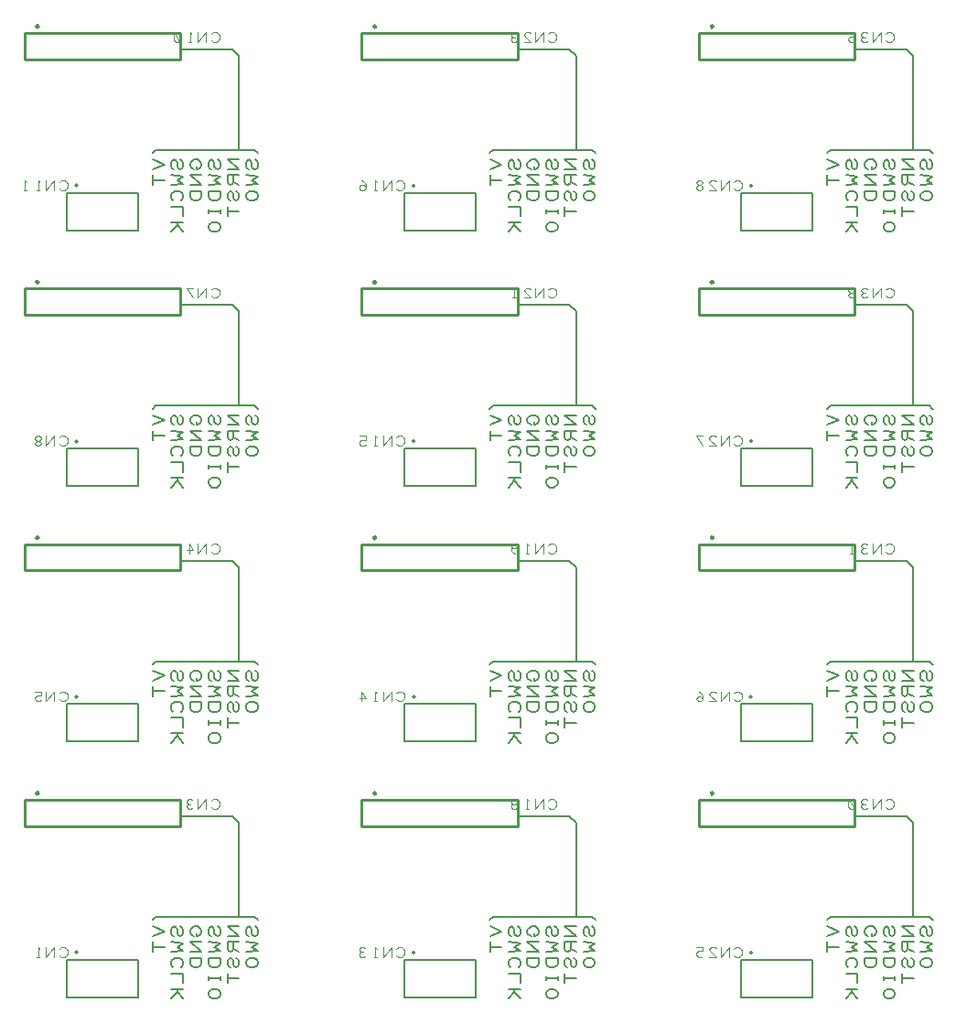
<source format=gbo>
G04 EasyPC Gerber Version 21.0.3 Build 4286 *
%FSLAX35Y35*%
%MOIN*%
%ADD22C,0.00473*%
%ADD21C,0.00757*%
%ADD73C,0.00946*%
X0Y0D02*
D02*
D21*
X120586Y118907D02*
G75*
G02X121532I473D01*
G01*
G75*
G02X120586I-473*
G01*
G36*
G75*
G02X121532I473*
G01*
G75*
G02X120586I-473*
G01*
G37*
Y212017D02*
G75*
G02X121532I473D01*
G01*
G75*
G02X120586I-473*
G01*
G36*
G75*
G02X121532I473*
G01*
G75*
G02X120586I-473*
G01*
G37*
Y305128D02*
G75*
G02X121532I473D01*
G01*
G75*
G02X120586I-473*
G01*
G36*
G75*
G02X121532I473*
G01*
G75*
G02X120586I-473*
G01*
G37*
Y398238D02*
G75*
G02X121532I473D01*
G01*
G75*
G02X120586I-473*
G01*
G36*
G75*
G02X121532I473*
G01*
G75*
G02X120586I-473*
G01*
G37*
X143526Y116306D02*
X117511D01*
Y102589*
X143526*
Y116306*
Y209416D02*
X117511D01*
Y195699*
X143526*
Y209416*
Y302526D02*
X117511D01*
Y288809*
X143526*
Y302526*
Y395636D02*
X117511D01*
Y381919*
X143526*
Y395636*
X148822Y130721D02*
X150005Y131904D01*
X186059*
X187242Y130721*
X187279*
X148822Y223831D02*
X150005Y225014D01*
X186059*
X187242Y223831*
X187279*
X148822Y316941D02*
X150005Y318124D01*
X186059*
X187242Y316941*
X187279*
X148822Y410052D02*
X150005Y411235D01*
X186059*
X187242Y410052*
X187279*
X148847Y128367D02*
X153104Y126593D01*
X148847Y124820*
X153104Y120917D02*
X148847D01*
Y122691D02*
Y119144D01*
X158852Y128367D02*
X159561Y128012D01*
X159915Y127303*
Y125884*
X159561Y125174*
X158852Y124820*
X158142Y125174*
X157787Y125884*
Y127303*
X157432Y128012*
X156723Y128367*
X156013Y128012*
X155659Y127303*
Y125884*
X156013Y125174*
X156723Y124820*
X155659Y122691D02*
X159915Y122336D01*
X157787Y120917*
X159915Y119498*
X155659Y119144*
X159206Y113468D02*
X159561Y113822D01*
X159915Y114532*
Y115596*
X159561Y116306*
X159206Y116660*
X158496Y117015*
X157078*
X156368Y116660*
X156013Y116306*
X155659Y115596*
Y114532*
X156013Y113822*
X156368Y113468*
X155659Y111339D02*
X159915D01*
Y107792*
Y105663D02*
X155659D01*
X157787D02*
Y104599D01*
X155659Y102116*
X157787Y104599D02*
X159915Y102116D01*
X164953Y125884D02*
Y124820D01*
X165308*
X166017Y125174*
X166372Y125529*
X166727Y126239*
Y126948*
X166372Y127657*
X166017Y128012*
X165308Y128367*
X163889*
X163179Y128012*
X162825Y127657*
X162470Y126948*
Y126239*
X162825Y125529*
X163179Y125174*
X163889Y124820*
X166727Y122691D02*
X162470D01*
X166727Y119144*
X162470*
X166727Y117015D02*
X162470D01*
Y114887*
X162825Y114177*
X163179Y113822*
X163889Y113468*
X165308*
X166017Y113822*
X166372Y114177*
X166727Y114887*
Y117015*
X172474Y128367D02*
X173183Y128012D01*
X173538Y127303*
Y125884*
X173183Y125174*
X172474Y124820*
X171764Y125174*
X171409Y125884*
Y127303*
X171055Y128012*
X170345Y128367*
X169636Y128012*
X169281Y127303*
Y125884*
X169636Y125174*
X170345Y124820*
X169281Y122691D02*
X173538Y122336D01*
X171409Y120917*
X173538Y119498*
X169281Y119144*
X173538Y117015D02*
X169281D01*
Y114887*
X169636Y114177*
X169991Y113822*
X170700Y113468*
X172119*
X172828Y113822*
X173183Y114177*
X173538Y114887*
Y117015*
Y110275D02*
Y108856D01*
Y109565D02*
X169281D01*
Y110275D02*
Y108856D01*
X172119Y105663D02*
X170700D01*
X169991Y105308*
X169636Y104954*
X169281Y104244*
Y103535*
X169636Y102825*
X169991Y102470*
X170700Y102116*
X172119*
X172828Y102470*
X173183Y102825*
X173538Y103535*
Y104244*
X173183Y104954*
X172828Y105308*
X172119Y105663*
X180349Y128367D02*
X176092D01*
X180349Y124820*
X176092*
X180349Y122691D02*
X176092D01*
Y120208*
X176447Y119498*
X177157Y119144*
X177866Y119498*
X178220Y120208*
Y122691*
Y120208D02*
X180349Y119144D01*
X179285Y117015D02*
X179994Y116660D01*
X180349Y115951*
Y114532*
X179994Y113822*
X179285Y113468*
X178576Y113822*
X178220Y114532*
Y115951*
X177866Y116660*
X177157Y117015*
X176447Y116660*
X176092Y115951*
Y114532*
X176447Y113822*
X177157Y113468*
X180349Y109565D02*
X176092D01*
Y111339D02*
Y107792D01*
X186096Y128367D02*
X186806Y128012D01*
X187160Y127303*
Y125884*
X186806Y125174*
X186096Y124820*
X185387Y125174*
X185032Y125884*
Y127303*
X184677Y128012*
X183968Y128367*
X183258Y128012*
X182903Y127303*
Y125884*
X183258Y125174*
X183968Y124820*
X182903Y122691D02*
X187160Y122336D01*
X185032Y120917*
X187160Y119498*
X182903Y119144*
X185741Y117015D02*
X184322D01*
X183613Y116660*
X183258Y116306*
X182903Y115596*
Y114887*
X183258Y114177*
X183613Y113822*
X184322Y113468*
X185741*
X186451Y113822*
X186806Y114177*
X187160Y114887*
Y115596*
X186806Y116306*
X186451Y116660*
X185741Y117015*
X148847Y221478D02*
X153104Y219704D01*
X148847Y217930*
X153104Y214028D02*
X148847D01*
Y215801D02*
Y212254D01*
X158852Y221478D02*
X159561Y221122D01*
X159915Y220413*
Y218994*
X159561Y218284*
X158852Y217930*
X158142Y218284*
X157787Y218994*
Y220413*
X157432Y221122*
X156723Y221478*
X156013Y221122*
X155659Y220413*
Y218994*
X156013Y218284*
X156723Y217930*
X155659Y215801D02*
X159915Y215446D01*
X157787Y214028*
X159915Y212608*
X155659Y212254*
X159206Y206578D02*
X159561Y206932D01*
X159915Y207642*
Y208706*
X159561Y209416*
X159206Y209770*
X158496Y210125*
X157078*
X156368Y209770*
X156013Y209416*
X155659Y208706*
Y207642*
X156013Y206932*
X156368Y206578*
X155659Y204449D02*
X159915D01*
Y200902*
Y198773D02*
X155659D01*
X157787D02*
Y197709D01*
X155659Y195226*
X157787Y197709D02*
X159915Y195226D01*
X164953Y218994D02*
Y217930D01*
X165308*
X166017Y218284*
X166372Y218639*
X166727Y219349*
Y220058*
X166372Y220768*
X166017Y221122*
X165308Y221478*
X163889*
X163179Y221122*
X162825Y220768*
X162470Y220058*
Y219349*
X162825Y218639*
X163179Y218284*
X163889Y217930*
X166727Y215801D02*
X162470D01*
X166727Y212254*
X162470*
X166727Y210125D02*
X162470D01*
Y207997*
X162825Y207287*
X163179Y206932*
X163889Y206578*
X165308*
X166017Y206932*
X166372Y207287*
X166727Y207997*
Y210125*
X172474Y221478D02*
X173183Y221122D01*
X173538Y220413*
Y218994*
X173183Y218284*
X172474Y217930*
X171764Y218284*
X171409Y218994*
Y220413*
X171055Y221122*
X170345Y221478*
X169636Y221122*
X169281Y220413*
Y218994*
X169636Y218284*
X170345Y217930*
X169281Y215801D02*
X173538Y215446D01*
X171409Y214028*
X173538Y212608*
X169281Y212254*
X173538Y210125D02*
X169281D01*
Y207997*
X169636Y207287*
X169991Y206932*
X170700Y206578*
X172119*
X172828Y206932*
X173183Y207287*
X173538Y207997*
Y210125*
Y203385D02*
Y201966D01*
Y202676D02*
X169281D01*
Y203385D02*
Y201966D01*
X172119Y198773D02*
X170700D01*
X169991Y198419*
X169636Y198064*
X169281Y197354*
Y196645*
X169636Y195935*
X169991Y195580*
X170700Y195226*
X172119*
X172828Y195580*
X173183Y195935*
X173538Y196645*
Y197354*
X173183Y198064*
X172828Y198419*
X172119Y198773*
X180349Y221478D02*
X176092D01*
X180349Y217930*
X176092*
X180349Y215801D02*
X176092D01*
Y213318*
X176447Y212608*
X177157Y212254*
X177866Y212608*
X178220Y213318*
Y215801*
Y213318D02*
X180349Y212254D01*
X179285Y210125D02*
X179994Y209770D01*
X180349Y209061*
Y207642*
X179994Y206932*
X179285Y206578*
X178576Y206932*
X178220Y207642*
Y209061*
X177866Y209770*
X177157Y210125*
X176447Y209770*
X176092Y209061*
Y207642*
X176447Y206932*
X177157Y206578*
X180349Y202676D02*
X176092D01*
Y204449D02*
Y200902D01*
X186096Y221478D02*
X186806Y221122D01*
X187160Y220413*
Y218994*
X186806Y218284*
X186096Y217930*
X185387Y218284*
X185032Y218994*
Y220413*
X184677Y221122*
X183968Y221478*
X183258Y221122*
X182903Y220413*
Y218994*
X183258Y218284*
X183968Y217930*
X182903Y215801D02*
X187160Y215446D01*
X185032Y214028*
X187160Y212608*
X182903Y212254*
X185741Y210125D02*
X184322D01*
X183613Y209770*
X183258Y209416*
X182903Y208706*
Y207997*
X183258Y207287*
X183613Y206932*
X184322Y206578*
X185741*
X186451Y206932*
X186806Y207287*
X187160Y207997*
Y208706*
X186806Y209416*
X186451Y209770*
X185741Y210125*
X148847Y314588D02*
X153104Y312814D01*
X148847Y311040*
X153104Y307138D02*
X148847D01*
Y308911D02*
Y305364D01*
X158852Y314588D02*
X159561Y314233D01*
X159915Y313523*
Y312104*
X159561Y311394*
X158852Y311040*
X158142Y311394*
X157787Y312104*
Y313523*
X157432Y314233*
X156723Y314588*
X156013Y314233*
X155659Y313523*
Y312104*
X156013Y311394*
X156723Y311040*
X155659Y308911D02*
X159915Y308557D01*
X157787Y307138*
X159915Y305719*
X155659Y305364*
X159206Y299688D02*
X159561Y300043D01*
X159915Y300752*
Y301817*
X159561Y302526*
X159206Y302881*
X158496Y303235*
X157078*
X156368Y302881*
X156013Y302526*
X155659Y301817*
Y300752*
X156013Y300043*
X156368Y299688*
X155659Y297559D02*
X159915D01*
Y294012*
Y291883D02*
X155659D01*
X157787D02*
Y290819D01*
X155659Y288336*
X157787Y290819D02*
X159915Y288336D01*
X164953Y312104D02*
Y311040D01*
X165308*
X166017Y311394*
X166372Y311750*
X166727Y312459*
Y313169*
X166372Y313878*
X166017Y314233*
X165308Y314588*
X163889*
X163179Y314233*
X162825Y313878*
X162470Y313169*
Y312459*
X162825Y311750*
X163179Y311394*
X163889Y311040*
X166727Y308911D02*
X162470D01*
X166727Y305364*
X162470*
X166727Y303235D02*
X162470D01*
Y301107*
X162825Y300398*
X163179Y300043*
X163889Y299688*
X165308*
X166017Y300043*
X166372Y300398*
X166727Y301107*
Y303235*
X172474Y314588D02*
X173183Y314233D01*
X173538Y313523*
Y312104*
X173183Y311394*
X172474Y311040*
X171764Y311394*
X171409Y312104*
Y313523*
X171055Y314233*
X170345Y314588*
X169636Y314233*
X169281Y313523*
Y312104*
X169636Y311394*
X170345Y311040*
X169281Y308911D02*
X173538Y308557D01*
X171409Y307138*
X173538Y305719*
X169281Y305364*
X173538Y303235D02*
X169281D01*
Y301107*
X169636Y300398*
X169991Y300043*
X170700Y299688*
X172119*
X172828Y300043*
X173183Y300398*
X173538Y301107*
Y303235*
Y296495D02*
Y295076D01*
Y295786D02*
X169281D01*
Y296495D02*
Y295076D01*
X172119Y291883D02*
X170700D01*
X169991Y291529*
X169636Y291174*
X169281Y290465*
Y289755*
X169636Y289046*
X169991Y288691*
X170700Y288336*
X172119*
X172828Y288691*
X173183Y289046*
X173538Y289755*
Y290465*
X173183Y291174*
X172828Y291529*
X172119Y291883*
X180349Y314588D02*
X176092D01*
X180349Y311040*
X176092*
X180349Y308911D02*
X176092D01*
Y306428*
X176447Y305719*
X177157Y305364*
X177866Y305719*
X178220Y306428*
Y308911*
Y306428D02*
X180349Y305364D01*
X179285Y303235D02*
X179994Y302881D01*
X180349Y302171*
Y300752*
X179994Y300043*
X179285Y299688*
X178576Y300043*
X178220Y300752*
Y302171*
X177866Y302881*
X177157Y303235*
X176447Y302881*
X176092Y302171*
Y300752*
X176447Y300043*
X177157Y299688*
X180349Y295786D02*
X176092D01*
Y297559D02*
Y294012D01*
X186096Y314588D02*
X186806Y314233D01*
X187160Y313523*
Y312104*
X186806Y311394*
X186096Y311040*
X185387Y311394*
X185032Y312104*
Y313523*
X184677Y314233*
X183968Y314588*
X183258Y314233*
X182903Y313523*
Y312104*
X183258Y311394*
X183968Y311040*
X182903Y308911D02*
X187160Y308557D01*
X185032Y307138*
X187160Y305719*
X182903Y305364*
X185741Y303235D02*
X184322D01*
X183613Y302881*
X183258Y302526*
X182903Y301817*
Y301107*
X183258Y300398*
X183613Y300043*
X184322Y299688*
X185741*
X186451Y300043*
X186806Y300398*
X187160Y301107*
Y301817*
X186806Y302526*
X186451Y302881*
X185741Y303235*
X148847Y407698D02*
X153104Y405924D01*
X148847Y404150*
X153104Y400248D02*
X148847D01*
Y402022D02*
Y398474D01*
X158852Y407698D02*
X159561Y407343D01*
X159915Y406633*
Y405215*
X159561Y404505*
X158852Y404150*
X158142Y404505*
X157787Y405215*
Y406633*
X157432Y407343*
X156723Y407698*
X156013Y407343*
X155659Y406633*
Y405215*
X156013Y404505*
X156723Y404150*
X155659Y402022D02*
X159915Y401667D01*
X157787Y400248*
X159915Y398829*
X155659Y398474*
X159206Y392798D02*
X159561Y393153D01*
X159915Y393863*
Y394927*
X159561Y395636*
X159206Y395991*
X158496Y396346*
X157078*
X156368Y395991*
X156013Y395636*
X155659Y394927*
Y393863*
X156013Y393153*
X156368Y392798*
X155659Y390670D02*
X159915D01*
Y387122*
Y384994D02*
X155659D01*
X157787D02*
Y383930D01*
X155659Y381446*
X157787Y383930D02*
X159915Y381446D01*
X164953Y405215D02*
Y404150D01*
X165308*
X166017Y404505*
X166372Y404860*
X166727Y405569*
Y406279*
X166372Y406988*
X166017Y407343*
X165308Y407698*
X163889*
X163179Y407343*
X162825Y406988*
X162470Y406279*
Y405569*
X162825Y404860*
X163179Y404505*
X163889Y404150*
X166727Y402022D02*
X162470D01*
X166727Y398474*
X162470*
X166727Y396346D02*
X162470D01*
Y394217*
X162825Y393508*
X163179Y393153*
X163889Y392798*
X165308*
X166017Y393153*
X166372Y393508*
X166727Y394217*
Y396346*
X172474Y407698D02*
X173183Y407343D01*
X173538Y406633*
Y405215*
X173183Y404505*
X172474Y404150*
X171764Y404505*
X171409Y405215*
Y406633*
X171055Y407343*
X170345Y407698*
X169636Y407343*
X169281Y406633*
Y405215*
X169636Y404505*
X170345Y404150*
X169281Y402022D02*
X173538Y401667D01*
X171409Y400248*
X173538Y398829*
X169281Y398474*
X173538Y396346D02*
X169281D01*
Y394217*
X169636Y393508*
X169991Y393153*
X170700Y392798*
X172119*
X172828Y393153*
X173183Y393508*
X173538Y394217*
Y396346*
Y389606D02*
Y388186D01*
Y388896D02*
X169281D01*
Y389606D02*
Y388186D01*
X172119Y384994D02*
X170700D01*
X169991Y384639*
X169636Y384284*
X169281Y383575*
Y382865*
X169636Y382156*
X169991Y381801*
X170700Y381446*
X172119*
X172828Y381801*
X173183Y382156*
X173538Y382865*
Y383575*
X173183Y384284*
X172828Y384639*
X172119Y384994*
X180349Y407698D02*
X176092D01*
X180349Y404150*
X176092*
X180349Y402022D02*
X176092D01*
Y399539*
X176447Y398829*
X177157Y398474*
X177866Y398829*
X178220Y399539*
Y402022*
Y399539D02*
X180349Y398474D01*
X179285Y396346D02*
X179994Y395991D01*
X180349Y395281*
Y393863*
X179994Y393153*
X179285Y392798*
X178576Y393153*
X178220Y393863*
Y395281*
X177866Y395991*
X177157Y396346*
X176447Y395991*
X176092Y395281*
Y393863*
X176447Y393153*
X177157Y392798*
X180349Y388896D02*
X176092D01*
Y390670D02*
Y387122D01*
X186096Y407698D02*
X186806Y407343D01*
X187160Y406633*
Y405215*
X186806Y404505*
X186096Y404150*
X185387Y404505*
X185032Y405215*
Y406633*
X184677Y407343*
X183968Y407698*
X183258Y407343*
X182903Y406633*
Y405215*
X183258Y404505*
X183968Y404150*
X182903Y402022D02*
X187160Y401667D01*
X185032Y400248*
X187160Y398829*
X182903Y398474*
X185741Y396346D02*
X184322D01*
X183613Y395991*
X183258Y395636*
X182903Y394927*
Y394217*
X183258Y393508*
X183613Y393153*
X184322Y392798*
X185741*
X186451Y393153*
X186806Y393508*
X187160Y394217*
Y394927*
X186806Y395636*
X186451Y395991*
X185741Y396346*
X180184Y131903D02*
Y166207D01*
X177819Y168572*
X158899*
X180184Y225013D02*
Y259317D01*
X177819Y261682*
X158899*
X180184Y318124D02*
Y352428D01*
X177819Y354793*
X158899*
X180184Y411234D02*
Y445538D01*
X177819Y447903*
X158899*
X243491Y118907D02*
G75*
G02X244437I473D01*
G01*
G75*
G02X243491I-473*
G01*
G36*
G75*
G02X244437I473*
G01*
G75*
G02X243491I-473*
G01*
G37*
Y212017D02*
G75*
G02X244437I473D01*
G01*
G75*
G02X243491I-473*
G01*
G36*
G75*
G02X244437I473*
G01*
G75*
G02X243491I-473*
G01*
G37*
Y305128D02*
G75*
G02X244437I473D01*
G01*
G75*
G02X243491I-473*
G01*
G36*
G75*
G02X244437I473*
G01*
G75*
G02X243491I-473*
G01*
G37*
Y398238D02*
G75*
G02X244437I473D01*
G01*
G75*
G02X243491I-473*
G01*
G36*
G75*
G02X244437I473*
G01*
G75*
G02X243491I-473*
G01*
G37*
X266432Y116306D02*
X240417D01*
Y102589*
X266432*
Y116306*
Y209416D02*
X240417D01*
Y195699*
X266432*
Y209416*
Y302526D02*
X240417D01*
Y288809*
X266432*
Y302526*
Y395636D02*
X240417D01*
Y381919*
X266432*
Y395636*
X271728Y130721D02*
X272911Y131904D01*
X308965*
X310148Y130721*
X310184*
X271728Y223831D02*
X272911Y225014D01*
X308965*
X310148Y223831*
X310184*
X271728Y316941D02*
X272911Y318124D01*
X308965*
X310148Y316941*
X310184*
X271728Y410052D02*
X272911Y411235D01*
X308965*
X310148Y410052*
X310184*
X271753Y128367D02*
X276010Y126593D01*
X271753Y124820*
X276010Y120917D02*
X271753D01*
Y122691D02*
Y119144D01*
X281757Y128367D02*
X282467Y128012D01*
X282821Y127303*
Y125884*
X282467Y125174*
X281757Y124820*
X281048Y125174*
X280693Y125884*
Y127303*
X280338Y128012*
X279628Y128367*
X278919Y128012*
X278564Y127303*
Y125884*
X278919Y125174*
X279628Y124820*
X278564Y122691D02*
X282821Y122336D01*
X280693Y120917*
X282821Y119498*
X278564Y119144*
X282111Y113468D02*
X282467Y113822D01*
X282821Y114532*
Y115596*
X282467Y116306*
X282111Y116660*
X281402Y117015*
X279983*
X279274Y116660*
X278919Y116306*
X278564Y115596*
Y114532*
X278919Y113822*
X279274Y113468*
X278564Y111339D02*
X282821D01*
Y107792*
Y105663D02*
X278564D01*
X280693D02*
Y104599D01*
X278564Y102116*
X280693Y104599D02*
X282821Y102116D01*
X287859Y125884D02*
Y124820D01*
X288213*
X288923Y125174*
X289278Y125529*
X289632Y126239*
Y126948*
X289278Y127657*
X288923Y128012*
X288213Y128367*
X286794*
X286085Y128012*
X285730Y127657*
X285375Y126948*
Y126239*
X285730Y125529*
X286085Y125174*
X286794Y124820*
X289632Y122691D02*
X285375D01*
X289632Y119144*
X285375*
X289632Y117015D02*
X285375D01*
Y114887*
X285730Y114177*
X286085Y113822*
X286794Y113468*
X288213*
X288923Y113822*
X289278Y114177*
X289632Y114887*
Y117015*
X295380Y128367D02*
X296089Y128012D01*
X296443Y127303*
Y125884*
X296089Y125174*
X295380Y124820*
X294670Y125174*
X294315Y125884*
Y127303*
X293960Y128012*
X293251Y128367*
X292541Y128012*
X292187Y127303*
Y125884*
X292541Y125174*
X293251Y124820*
X292187Y122691D02*
X296443Y122336D01*
X294315Y120917*
X296443Y119498*
X292187Y119144*
X296443Y117015D02*
X292187D01*
Y114887*
X292541Y114177*
X292896Y113822*
X293606Y113468*
X295024*
X295734Y113822*
X296089Y114177*
X296443Y114887*
Y117015*
Y110275D02*
Y108856D01*
Y109565D02*
X292187D01*
Y110275D02*
Y108856D01*
X295024Y105663D02*
X293606D01*
X292896Y105308*
X292541Y104954*
X292187Y104244*
Y103535*
X292541Y102825*
X292896Y102470*
X293606Y102116*
X295024*
X295734Y102470*
X296089Y102825*
X296443Y103535*
Y104244*
X296089Y104954*
X295734Y105308*
X295024Y105663*
X303255Y128367D02*
X298998D01*
X303255Y124820*
X298998*
X303255Y122691D02*
X298998D01*
Y120208*
X299352Y119498*
X300062Y119144*
X300772Y119498*
X301126Y120208*
Y122691*
Y120208D02*
X303255Y119144D01*
X302191Y117015D02*
X302900Y116660D01*
X303255Y115951*
Y114532*
X302900Y113822*
X302191Y113468*
X301481Y113822*
X301126Y114532*
Y115951*
X300772Y116660*
X300062Y117015*
X299352Y116660*
X298998Y115951*
Y114532*
X299352Y113822*
X300062Y113468*
X303255Y109565D02*
X298998D01*
Y111339D02*
Y107792D01*
X309002Y128367D02*
X309711Y128012D01*
X310066Y127303*
Y125884*
X309711Y125174*
X309002Y124820*
X308292Y125174*
X307937Y125884*
Y127303*
X307583Y128012*
X306873Y128367*
X306164Y128012*
X305809Y127303*
Y125884*
X306164Y125174*
X306873Y124820*
X305809Y122691D02*
X310066Y122336D01*
X307937Y120917*
X310066Y119498*
X305809Y119144*
X308647Y117015D02*
X307228D01*
X306519Y116660*
X306164Y116306*
X305809Y115596*
Y114887*
X306164Y114177*
X306519Y113822*
X307228Y113468*
X308647*
X309356Y113822*
X309711Y114177*
X310066Y114887*
Y115596*
X309711Y116306*
X309356Y116660*
X308647Y117015*
X271753Y221478D02*
X276010Y219704D01*
X271753Y217930*
X276010Y214028D02*
X271753D01*
Y215801D02*
Y212254D01*
X281757Y221478D02*
X282467Y221122D01*
X282821Y220413*
Y218994*
X282467Y218284*
X281757Y217930*
X281048Y218284*
X280693Y218994*
Y220413*
X280338Y221122*
X279628Y221478*
X278919Y221122*
X278564Y220413*
Y218994*
X278919Y218284*
X279628Y217930*
X278564Y215801D02*
X282821Y215446D01*
X280693Y214028*
X282821Y212608*
X278564Y212254*
X282111Y206578D02*
X282467Y206932D01*
X282821Y207642*
Y208706*
X282467Y209416*
X282111Y209770*
X281402Y210125*
X279983*
X279274Y209770*
X278919Y209416*
X278564Y208706*
Y207642*
X278919Y206932*
X279274Y206578*
X278564Y204449D02*
X282821D01*
Y200902*
Y198773D02*
X278564D01*
X280693D02*
Y197709D01*
X278564Y195226*
X280693Y197709D02*
X282821Y195226D01*
X287859Y218994D02*
Y217930D01*
X288213*
X288923Y218284*
X289278Y218639*
X289632Y219349*
Y220058*
X289278Y220768*
X288923Y221122*
X288213Y221478*
X286794*
X286085Y221122*
X285730Y220768*
X285375Y220058*
Y219349*
X285730Y218639*
X286085Y218284*
X286794Y217930*
X289632Y215801D02*
X285375D01*
X289632Y212254*
X285375*
X289632Y210125D02*
X285375D01*
Y207997*
X285730Y207287*
X286085Y206932*
X286794Y206578*
X288213*
X288923Y206932*
X289278Y207287*
X289632Y207997*
Y210125*
X295380Y221478D02*
X296089Y221122D01*
X296443Y220413*
Y218994*
X296089Y218284*
X295380Y217930*
X294670Y218284*
X294315Y218994*
Y220413*
X293960Y221122*
X293251Y221478*
X292541Y221122*
X292187Y220413*
Y218994*
X292541Y218284*
X293251Y217930*
X292187Y215801D02*
X296443Y215446D01*
X294315Y214028*
X296443Y212608*
X292187Y212254*
X296443Y210125D02*
X292187D01*
Y207997*
X292541Y207287*
X292896Y206932*
X293606Y206578*
X295024*
X295734Y206932*
X296089Y207287*
X296443Y207997*
Y210125*
Y203385D02*
Y201966D01*
Y202676D02*
X292187D01*
Y203385D02*
Y201966D01*
X295024Y198773D02*
X293606D01*
X292896Y198419*
X292541Y198064*
X292187Y197354*
Y196645*
X292541Y195935*
X292896Y195580*
X293606Y195226*
X295024*
X295734Y195580*
X296089Y195935*
X296443Y196645*
Y197354*
X296089Y198064*
X295734Y198419*
X295024Y198773*
X303255Y221478D02*
X298998D01*
X303255Y217930*
X298998*
X303255Y215801D02*
X298998D01*
Y213318*
X299352Y212608*
X300062Y212254*
X300772Y212608*
X301126Y213318*
Y215801*
Y213318D02*
X303255Y212254D01*
X302191Y210125D02*
X302900Y209770D01*
X303255Y209061*
Y207642*
X302900Y206932*
X302191Y206578*
X301481Y206932*
X301126Y207642*
Y209061*
X300772Y209770*
X300062Y210125*
X299352Y209770*
X298998Y209061*
Y207642*
X299352Y206932*
X300062Y206578*
X303255Y202676D02*
X298998D01*
Y204449D02*
Y200902D01*
X309002Y221478D02*
X309711Y221122D01*
X310066Y220413*
Y218994*
X309711Y218284*
X309002Y217930*
X308292Y218284*
X307937Y218994*
Y220413*
X307583Y221122*
X306873Y221478*
X306164Y221122*
X305809Y220413*
Y218994*
X306164Y218284*
X306873Y217930*
X305809Y215801D02*
X310066Y215446D01*
X307937Y214028*
X310066Y212608*
X305809Y212254*
X308647Y210125D02*
X307228D01*
X306519Y209770*
X306164Y209416*
X305809Y208706*
Y207997*
X306164Y207287*
X306519Y206932*
X307228Y206578*
X308647*
X309356Y206932*
X309711Y207287*
X310066Y207997*
Y208706*
X309711Y209416*
X309356Y209770*
X308647Y210125*
X271753Y314588D02*
X276010Y312814D01*
X271753Y311040*
X276010Y307138D02*
X271753D01*
Y308911D02*
Y305364D01*
X281757Y314588D02*
X282467Y314233D01*
X282821Y313523*
Y312104*
X282467Y311394*
X281757Y311040*
X281048Y311394*
X280693Y312104*
Y313523*
X280338Y314233*
X279628Y314588*
X278919Y314233*
X278564Y313523*
Y312104*
X278919Y311394*
X279628Y311040*
X278564Y308911D02*
X282821Y308557D01*
X280693Y307138*
X282821Y305719*
X278564Y305364*
X282111Y299688D02*
X282467Y300043D01*
X282821Y300752*
Y301817*
X282467Y302526*
X282111Y302881*
X281402Y303235*
X279983*
X279274Y302881*
X278919Y302526*
X278564Y301817*
Y300752*
X278919Y300043*
X279274Y299688*
X278564Y297559D02*
X282821D01*
Y294012*
Y291883D02*
X278564D01*
X280693D02*
Y290819D01*
X278564Y288336*
X280693Y290819D02*
X282821Y288336D01*
X287859Y312104D02*
Y311040D01*
X288213*
X288923Y311394*
X289278Y311750*
X289632Y312459*
Y313169*
X289278Y313878*
X288923Y314233*
X288213Y314588*
X286794*
X286085Y314233*
X285730Y313878*
X285375Y313169*
Y312459*
X285730Y311750*
X286085Y311394*
X286794Y311040*
X289632Y308911D02*
X285375D01*
X289632Y305364*
X285375*
X289632Y303235D02*
X285375D01*
Y301107*
X285730Y300398*
X286085Y300043*
X286794Y299688*
X288213*
X288923Y300043*
X289278Y300398*
X289632Y301107*
Y303235*
X295380Y314588D02*
X296089Y314233D01*
X296443Y313523*
Y312104*
X296089Y311394*
X295380Y311040*
X294670Y311394*
X294315Y312104*
Y313523*
X293960Y314233*
X293251Y314588*
X292541Y314233*
X292187Y313523*
Y312104*
X292541Y311394*
X293251Y311040*
X292187Y308911D02*
X296443Y308557D01*
X294315Y307138*
X296443Y305719*
X292187Y305364*
X296443Y303235D02*
X292187D01*
Y301107*
X292541Y300398*
X292896Y300043*
X293606Y299688*
X295024*
X295734Y300043*
X296089Y300398*
X296443Y301107*
Y303235*
Y296495D02*
Y295076D01*
Y295786D02*
X292187D01*
Y296495D02*
Y295076D01*
X295024Y291883D02*
X293606D01*
X292896Y291529*
X292541Y291174*
X292187Y290465*
Y289755*
X292541Y289046*
X292896Y288691*
X293606Y288336*
X295024*
X295734Y288691*
X296089Y289046*
X296443Y289755*
Y290465*
X296089Y291174*
X295734Y291529*
X295024Y291883*
X303255Y314588D02*
X298998D01*
X303255Y311040*
X298998*
X303255Y308911D02*
X298998D01*
Y306428*
X299352Y305719*
X300062Y305364*
X300772Y305719*
X301126Y306428*
Y308911*
Y306428D02*
X303255Y305364D01*
X302191Y303235D02*
X302900Y302881D01*
X303255Y302171*
Y300752*
X302900Y300043*
X302191Y299688*
X301481Y300043*
X301126Y300752*
Y302171*
X300772Y302881*
X300062Y303235*
X299352Y302881*
X298998Y302171*
Y300752*
X299352Y300043*
X300062Y299688*
X303255Y295786D02*
X298998D01*
Y297559D02*
Y294012D01*
X309002Y314588D02*
X309711Y314233D01*
X310066Y313523*
Y312104*
X309711Y311394*
X309002Y311040*
X308292Y311394*
X307937Y312104*
Y313523*
X307583Y314233*
X306873Y314588*
X306164Y314233*
X305809Y313523*
Y312104*
X306164Y311394*
X306873Y311040*
X305809Y308911D02*
X310066Y308557D01*
X307937Y307138*
X310066Y305719*
X305809Y305364*
X308647Y303235D02*
X307228D01*
X306519Y302881*
X306164Y302526*
X305809Y301817*
Y301107*
X306164Y300398*
X306519Y300043*
X307228Y299688*
X308647*
X309356Y300043*
X309711Y300398*
X310066Y301107*
Y301817*
X309711Y302526*
X309356Y302881*
X308647Y303235*
X271753Y407698D02*
X276010Y405924D01*
X271753Y404150*
X276010Y400248D02*
X271753D01*
Y402022D02*
Y398474D01*
X281757Y407698D02*
X282467Y407343D01*
X282821Y406633*
Y405215*
X282467Y404505*
X281757Y404150*
X281048Y404505*
X280693Y405215*
Y406633*
X280338Y407343*
X279628Y407698*
X278919Y407343*
X278564Y406633*
Y405215*
X278919Y404505*
X279628Y404150*
X278564Y402022D02*
X282821Y401667D01*
X280693Y400248*
X282821Y398829*
X278564Y398474*
X282111Y392798D02*
X282467Y393153D01*
X282821Y393863*
Y394927*
X282467Y395636*
X282111Y395991*
X281402Y396346*
X279983*
X279274Y395991*
X278919Y395636*
X278564Y394927*
Y393863*
X278919Y393153*
X279274Y392798*
X278564Y390670D02*
X282821D01*
Y387122*
Y384994D02*
X278564D01*
X280693D02*
Y383930D01*
X278564Y381446*
X280693Y383930D02*
X282821Y381446D01*
X287859Y405215D02*
Y404150D01*
X288213*
X288923Y404505*
X289278Y404860*
X289632Y405569*
Y406279*
X289278Y406988*
X288923Y407343*
X288213Y407698*
X286794*
X286085Y407343*
X285730Y406988*
X285375Y406279*
Y405569*
X285730Y404860*
X286085Y404505*
X286794Y404150*
X289632Y402022D02*
X285375D01*
X289632Y398474*
X285375*
X289632Y396346D02*
X285375D01*
Y394217*
X285730Y393508*
X286085Y393153*
X286794Y392798*
X288213*
X288923Y393153*
X289278Y393508*
X289632Y394217*
Y396346*
X295380Y407698D02*
X296089Y407343D01*
X296443Y406633*
Y405215*
X296089Y404505*
X295380Y404150*
X294670Y404505*
X294315Y405215*
Y406633*
X293960Y407343*
X293251Y407698*
X292541Y407343*
X292187Y406633*
Y405215*
X292541Y404505*
X293251Y404150*
X292187Y402022D02*
X296443Y401667D01*
X294315Y400248*
X296443Y398829*
X292187Y398474*
X296443Y396346D02*
X292187D01*
Y394217*
X292541Y393508*
X292896Y393153*
X293606Y392798*
X295024*
X295734Y393153*
X296089Y393508*
X296443Y394217*
Y396346*
Y389606D02*
Y388186D01*
Y388896D02*
X292187D01*
Y389606D02*
Y388186D01*
X295024Y384994D02*
X293606D01*
X292896Y384639*
X292541Y384284*
X292187Y383575*
Y382865*
X292541Y382156*
X292896Y381801*
X293606Y381446*
X295024*
X295734Y381801*
X296089Y382156*
X296443Y382865*
Y383575*
X296089Y384284*
X295734Y384639*
X295024Y384994*
X303255Y407698D02*
X298998D01*
X303255Y404150*
X298998*
X303255Y402022D02*
X298998D01*
Y399539*
X299352Y398829*
X300062Y398474*
X300772Y398829*
X301126Y399539*
Y402022*
Y399539D02*
X303255Y398474D01*
X302191Y396346D02*
X302900Y395991D01*
X303255Y395281*
Y393863*
X302900Y393153*
X302191Y392798*
X301481Y393153*
X301126Y393863*
Y395281*
X300772Y395991*
X300062Y396346*
X299352Y395991*
X298998Y395281*
Y393863*
X299352Y393153*
X300062Y392798*
X303255Y388896D02*
X298998D01*
Y390670D02*
Y387122D01*
X309002Y407698D02*
X309711Y407343D01*
X310066Y406633*
Y405215*
X309711Y404505*
X309002Y404150*
X308292Y404505*
X307937Y405215*
Y406633*
X307583Y407343*
X306873Y407698*
X306164Y407343*
X305809Y406633*
Y405215*
X306164Y404505*
X306873Y404150*
X305809Y402022D02*
X310066Y401667D01*
X307937Y400248*
X310066Y398829*
X305809Y398474*
X308647Y396346D02*
X307228D01*
X306519Y395991*
X306164Y395636*
X305809Y394927*
Y394217*
X306164Y393508*
X306519Y393153*
X307228Y392798*
X308647*
X309356Y393153*
X309711Y393508*
X310066Y394217*
Y394927*
X309711Y395636*
X309356Y395991*
X308647Y396346*
X303089Y131903D02*
Y166207D01*
X300724Y168572*
X281804*
X303089Y225013D02*
Y259317D01*
X300724Y261682*
X281804*
X303089Y318124D02*
Y352428D01*
X300724Y354793*
X281804*
X303089Y411234D02*
Y445538D01*
X300724Y447903*
X281804*
X366397Y118907D02*
G75*
G02X367343I473D01*
G01*
G75*
G02X366397I-473*
G01*
G36*
G75*
G02X367343I473*
G01*
G75*
G02X366397I-473*
G01*
G37*
Y212017D02*
G75*
G02X367343I473D01*
G01*
G75*
G02X366397I-473*
G01*
G36*
G75*
G02X367343I473*
G01*
G75*
G02X366397I-473*
G01*
G37*
Y305128D02*
G75*
G02X367343I473D01*
G01*
G75*
G02X366397I-473*
G01*
G36*
G75*
G02X367343I473*
G01*
G75*
G02X366397I-473*
G01*
G37*
Y398238D02*
G75*
G02X367343I473D01*
G01*
G75*
G02X366397I-473*
G01*
G36*
G75*
G02X367343I473*
G01*
G75*
G02X366397I-473*
G01*
G37*
X389337Y116306D02*
X363322D01*
Y102589*
X389337*
Y116306*
Y209416D02*
X363322D01*
Y195699*
X389337*
Y209416*
Y302526D02*
X363322D01*
Y288809*
X389337*
Y302526*
Y395636D02*
X363322D01*
Y381919*
X389337*
Y395636*
X394633Y130721D02*
X395816Y131904D01*
X431870*
X433053Y130721*
X433090*
X394633Y223831D02*
X395816Y225014D01*
X431870*
X433053Y223831*
X433090*
X394633Y316941D02*
X395816Y318124D01*
X431870*
X433053Y316941*
X433090*
X394633Y410052D02*
X395816Y411235D01*
X431870*
X433053Y410052*
X433090*
X394658Y128367D02*
X398915Y126593D01*
X394658Y124820*
X398915Y120917D02*
X394658D01*
Y122691D02*
Y119144D01*
X404663Y128367D02*
X405372Y128012D01*
X405726Y127303*
Y125884*
X405372Y125174*
X404663Y124820*
X403953Y125174*
X403598Y125884*
Y127303*
X403243Y128012*
X402534Y128367*
X401824Y128012*
X401470Y127303*
Y125884*
X401824Y125174*
X402534Y124820*
X401470Y122691D02*
X405726Y122336D01*
X403598Y120917*
X405726Y119498*
X401470Y119144*
X405017Y113468D02*
X405372Y113822D01*
X405726Y114532*
Y115596*
X405372Y116306*
X405017Y116660*
X404307Y117015*
X402889*
X402179Y116660*
X401824Y116306*
X401470Y115596*
Y114532*
X401824Y113822*
X402179Y113468*
X401470Y111339D02*
X405726D01*
Y107792*
Y105663D02*
X401470D01*
X403598D02*
Y104599D01*
X401470Y102116*
X403598Y104599D02*
X405726Y102116D01*
X410764Y125884D02*
Y124820D01*
X411119*
X411828Y125174*
X412183Y125529*
X412538Y126239*
Y126948*
X412183Y127657*
X411828Y128012*
X411119Y128367*
X409700*
X408990Y128012*
X408636Y127657*
X408281Y126948*
Y126239*
X408636Y125529*
X408990Y125174*
X409700Y124820*
X412538Y122691D02*
X408281D01*
X412538Y119144*
X408281*
X412538Y117015D02*
X408281D01*
Y114887*
X408636Y114177*
X408990Y113822*
X409700Y113468*
X411119*
X411828Y113822*
X412183Y114177*
X412538Y114887*
Y117015*
X418285Y128367D02*
X418994Y128012D01*
X419349Y127303*
Y125884*
X418994Y125174*
X418285Y124820*
X417575Y125174*
X417220Y125884*
Y127303*
X416866Y128012*
X416156Y128367*
X415447Y128012*
X415092Y127303*
Y125884*
X415447Y125174*
X416156Y124820*
X415092Y122691D02*
X419349Y122336D01*
X417220Y120917*
X419349Y119498*
X415092Y119144*
X419349Y117015D02*
X415092D01*
Y114887*
X415447Y114177*
X415802Y113822*
X416511Y113468*
X417930*
X418639Y113822*
X418994Y114177*
X419349Y114887*
Y117015*
Y110275D02*
Y108856D01*
Y109565D02*
X415092D01*
Y110275D02*
Y108856D01*
X417930Y105663D02*
X416511D01*
X415802Y105308*
X415447Y104954*
X415092Y104244*
Y103535*
X415447Y102825*
X415802Y102470*
X416511Y102116*
X417930*
X418639Y102470*
X418994Y102825*
X419349Y103535*
Y104244*
X418994Y104954*
X418639Y105308*
X417930Y105663*
X426160Y128367D02*
X421903D01*
X426160Y124820*
X421903*
X426160Y122691D02*
X421903D01*
Y120208*
X422258Y119498*
X422968Y119144*
X423677Y119498*
X424031Y120208*
Y122691*
Y120208D02*
X426160Y119144D01*
X425096Y117015D02*
X425806Y116660D01*
X426160Y115951*
Y114532*
X425806Y113822*
X425096Y113468*
X424387Y113822*
X424031Y114532*
Y115951*
X423677Y116660*
X422968Y117015*
X422258Y116660*
X421903Y115951*
Y114532*
X422258Y113822*
X422968Y113468*
X426160Y109565D02*
X421903D01*
Y111339D02*
Y107792D01*
X431907Y128367D02*
X432617Y128012D01*
X432971Y127303*
Y125884*
X432617Y125174*
X431907Y124820*
X431198Y125174*
X430843Y125884*
Y127303*
X430488Y128012*
X429779Y128367*
X429069Y128012*
X428714Y127303*
Y125884*
X429069Y125174*
X429779Y124820*
X428714Y122691D02*
X432971Y122336D01*
X430843Y120917*
X432971Y119498*
X428714Y119144*
X431552Y117015D02*
X430133D01*
X429424Y116660*
X429069Y116306*
X428714Y115596*
Y114887*
X429069Y114177*
X429424Y113822*
X430133Y113468*
X431552*
X432262Y113822*
X432617Y114177*
X432971Y114887*
Y115596*
X432617Y116306*
X432262Y116660*
X431552Y117015*
X394658Y221478D02*
X398915Y219704D01*
X394658Y217930*
X398915Y214028D02*
X394658D01*
Y215801D02*
Y212254D01*
X404663Y221478D02*
X405372Y221122D01*
X405726Y220413*
Y218994*
X405372Y218284*
X404663Y217930*
X403953Y218284*
X403598Y218994*
Y220413*
X403243Y221122*
X402534Y221478*
X401824Y221122*
X401470Y220413*
Y218994*
X401824Y218284*
X402534Y217930*
X401470Y215801D02*
X405726Y215446D01*
X403598Y214028*
X405726Y212608*
X401470Y212254*
X405017Y206578D02*
X405372Y206932D01*
X405726Y207642*
Y208706*
X405372Y209416*
X405017Y209770*
X404307Y210125*
X402889*
X402179Y209770*
X401824Y209416*
X401470Y208706*
Y207642*
X401824Y206932*
X402179Y206578*
X401470Y204449D02*
X405726D01*
Y200902*
Y198773D02*
X401470D01*
X403598D02*
Y197709D01*
X401470Y195226*
X403598Y197709D02*
X405726Y195226D01*
X410764Y218994D02*
Y217930D01*
X411119*
X411828Y218284*
X412183Y218639*
X412538Y219349*
Y220058*
X412183Y220768*
X411828Y221122*
X411119Y221478*
X409700*
X408990Y221122*
X408636Y220768*
X408281Y220058*
Y219349*
X408636Y218639*
X408990Y218284*
X409700Y217930*
X412538Y215801D02*
X408281D01*
X412538Y212254*
X408281*
X412538Y210125D02*
X408281D01*
Y207997*
X408636Y207287*
X408990Y206932*
X409700Y206578*
X411119*
X411828Y206932*
X412183Y207287*
X412538Y207997*
Y210125*
X418285Y221478D02*
X418994Y221122D01*
X419349Y220413*
Y218994*
X418994Y218284*
X418285Y217930*
X417575Y218284*
X417220Y218994*
Y220413*
X416866Y221122*
X416156Y221478*
X415447Y221122*
X415092Y220413*
Y218994*
X415447Y218284*
X416156Y217930*
X415092Y215801D02*
X419349Y215446D01*
X417220Y214028*
X419349Y212608*
X415092Y212254*
X419349Y210125D02*
X415092D01*
Y207997*
X415447Y207287*
X415802Y206932*
X416511Y206578*
X417930*
X418639Y206932*
X418994Y207287*
X419349Y207997*
Y210125*
Y203385D02*
Y201966D01*
Y202676D02*
X415092D01*
Y203385D02*
Y201966D01*
X417930Y198773D02*
X416511D01*
X415802Y198419*
X415447Y198064*
X415092Y197354*
Y196645*
X415447Y195935*
X415802Y195580*
X416511Y195226*
X417930*
X418639Y195580*
X418994Y195935*
X419349Y196645*
Y197354*
X418994Y198064*
X418639Y198419*
X417930Y198773*
X426160Y221478D02*
X421903D01*
X426160Y217930*
X421903*
X426160Y215801D02*
X421903D01*
Y213318*
X422258Y212608*
X422968Y212254*
X423677Y212608*
X424031Y213318*
Y215801*
Y213318D02*
X426160Y212254D01*
X425096Y210125D02*
X425806Y209770D01*
X426160Y209061*
Y207642*
X425806Y206932*
X425096Y206578*
X424387Y206932*
X424031Y207642*
Y209061*
X423677Y209770*
X422968Y210125*
X422258Y209770*
X421903Y209061*
Y207642*
X422258Y206932*
X422968Y206578*
X426160Y202676D02*
X421903D01*
Y204449D02*
Y200902D01*
X431907Y221478D02*
X432617Y221122D01*
X432971Y220413*
Y218994*
X432617Y218284*
X431907Y217930*
X431198Y218284*
X430843Y218994*
Y220413*
X430488Y221122*
X429779Y221478*
X429069Y221122*
X428714Y220413*
Y218994*
X429069Y218284*
X429779Y217930*
X428714Y215801D02*
X432971Y215446D01*
X430843Y214028*
X432971Y212608*
X428714Y212254*
X431552Y210125D02*
X430133D01*
X429424Y209770*
X429069Y209416*
X428714Y208706*
Y207997*
X429069Y207287*
X429424Y206932*
X430133Y206578*
X431552*
X432262Y206932*
X432617Y207287*
X432971Y207997*
Y208706*
X432617Y209416*
X432262Y209770*
X431552Y210125*
X394658Y314588D02*
X398915Y312814D01*
X394658Y311040*
X398915Y307138D02*
X394658D01*
Y308911D02*
Y305364D01*
X404663Y314588D02*
X405372Y314233D01*
X405726Y313523*
Y312104*
X405372Y311394*
X404663Y311040*
X403953Y311394*
X403598Y312104*
Y313523*
X403243Y314233*
X402534Y314588*
X401824Y314233*
X401470Y313523*
Y312104*
X401824Y311394*
X402534Y311040*
X401470Y308911D02*
X405726Y308557D01*
X403598Y307138*
X405726Y305719*
X401470Y305364*
X405017Y299688D02*
X405372Y300043D01*
X405726Y300752*
Y301817*
X405372Y302526*
X405017Y302881*
X404307Y303235*
X402889*
X402179Y302881*
X401824Y302526*
X401470Y301817*
Y300752*
X401824Y300043*
X402179Y299688*
X401470Y297559D02*
X405726D01*
Y294012*
Y291883D02*
X401470D01*
X403598D02*
Y290819D01*
X401470Y288336*
X403598Y290819D02*
X405726Y288336D01*
X410764Y312104D02*
Y311040D01*
X411119*
X411828Y311394*
X412183Y311750*
X412538Y312459*
Y313169*
X412183Y313878*
X411828Y314233*
X411119Y314588*
X409700*
X408990Y314233*
X408636Y313878*
X408281Y313169*
Y312459*
X408636Y311750*
X408990Y311394*
X409700Y311040*
X412538Y308911D02*
X408281D01*
X412538Y305364*
X408281*
X412538Y303235D02*
X408281D01*
Y301107*
X408636Y300398*
X408990Y300043*
X409700Y299688*
X411119*
X411828Y300043*
X412183Y300398*
X412538Y301107*
Y303235*
X418285Y314588D02*
X418994Y314233D01*
X419349Y313523*
Y312104*
X418994Y311394*
X418285Y311040*
X417575Y311394*
X417220Y312104*
Y313523*
X416866Y314233*
X416156Y314588*
X415447Y314233*
X415092Y313523*
Y312104*
X415447Y311394*
X416156Y311040*
X415092Y308911D02*
X419349Y308557D01*
X417220Y307138*
X419349Y305719*
X415092Y305364*
X419349Y303235D02*
X415092D01*
Y301107*
X415447Y300398*
X415802Y300043*
X416511Y299688*
X417930*
X418639Y300043*
X418994Y300398*
X419349Y301107*
Y303235*
Y296495D02*
Y295076D01*
Y295786D02*
X415092D01*
Y296495D02*
Y295076D01*
X417930Y291883D02*
X416511D01*
X415802Y291529*
X415447Y291174*
X415092Y290465*
Y289755*
X415447Y289046*
X415802Y288691*
X416511Y288336*
X417930*
X418639Y288691*
X418994Y289046*
X419349Y289755*
Y290465*
X418994Y291174*
X418639Y291529*
X417930Y291883*
X426160Y314588D02*
X421903D01*
X426160Y311040*
X421903*
X426160Y308911D02*
X421903D01*
Y306428*
X422258Y305719*
X422968Y305364*
X423677Y305719*
X424031Y306428*
Y308911*
Y306428D02*
X426160Y305364D01*
X425096Y303235D02*
X425806Y302881D01*
X426160Y302171*
Y300752*
X425806Y300043*
X425096Y299688*
X424387Y300043*
X424031Y300752*
Y302171*
X423677Y302881*
X422968Y303235*
X422258Y302881*
X421903Y302171*
Y300752*
X422258Y300043*
X422968Y299688*
X426160Y295786D02*
X421903D01*
Y297559D02*
Y294012D01*
X431907Y314588D02*
X432617Y314233D01*
X432971Y313523*
Y312104*
X432617Y311394*
X431907Y311040*
X431198Y311394*
X430843Y312104*
Y313523*
X430488Y314233*
X429779Y314588*
X429069Y314233*
X428714Y313523*
Y312104*
X429069Y311394*
X429779Y311040*
X428714Y308911D02*
X432971Y308557D01*
X430843Y307138*
X432971Y305719*
X428714Y305364*
X431552Y303235D02*
X430133D01*
X429424Y302881*
X429069Y302526*
X428714Y301817*
Y301107*
X429069Y300398*
X429424Y300043*
X430133Y299688*
X431552*
X432262Y300043*
X432617Y300398*
X432971Y301107*
Y301817*
X432617Y302526*
X432262Y302881*
X431552Y303235*
X394658Y407698D02*
X398915Y405924D01*
X394658Y404150*
X398915Y400248D02*
X394658D01*
Y402022D02*
Y398474D01*
X404663Y407698D02*
X405372Y407343D01*
X405726Y406633*
Y405215*
X405372Y404505*
X404663Y404150*
X403953Y404505*
X403598Y405215*
Y406633*
X403243Y407343*
X402534Y407698*
X401824Y407343*
X401470Y406633*
Y405215*
X401824Y404505*
X402534Y404150*
X401470Y402022D02*
X405726Y401667D01*
X403598Y400248*
X405726Y398829*
X401470Y398474*
X405017Y392798D02*
X405372Y393153D01*
X405726Y393863*
Y394927*
X405372Y395636*
X405017Y395991*
X404307Y396346*
X402889*
X402179Y395991*
X401824Y395636*
X401470Y394927*
Y393863*
X401824Y393153*
X402179Y392798*
X401470Y390670D02*
X405726D01*
Y387122*
Y384994D02*
X401470D01*
X403598D02*
Y383930D01*
X401470Y381446*
X403598Y383930D02*
X405726Y381446D01*
X410764Y405215D02*
Y404150D01*
X411119*
X411828Y404505*
X412183Y404860*
X412538Y405569*
Y406279*
X412183Y406988*
X411828Y407343*
X411119Y407698*
X409700*
X408990Y407343*
X408636Y406988*
X408281Y406279*
Y405569*
X408636Y404860*
X408990Y404505*
X409700Y404150*
X412538Y402022D02*
X408281D01*
X412538Y398474*
X408281*
X412538Y396346D02*
X408281D01*
Y394217*
X408636Y393508*
X408990Y393153*
X409700Y392798*
X411119*
X411828Y393153*
X412183Y393508*
X412538Y394217*
Y396346*
X418285Y407698D02*
X418994Y407343D01*
X419349Y406633*
Y405215*
X418994Y404505*
X418285Y404150*
X417575Y404505*
X417220Y405215*
Y406633*
X416866Y407343*
X416156Y407698*
X415447Y407343*
X415092Y406633*
Y405215*
X415447Y404505*
X416156Y404150*
X415092Y402022D02*
X419349Y401667D01*
X417220Y400248*
X419349Y398829*
X415092Y398474*
X419349Y396346D02*
X415092D01*
Y394217*
X415447Y393508*
X415802Y393153*
X416511Y392798*
X417930*
X418639Y393153*
X418994Y393508*
X419349Y394217*
Y396346*
Y389606D02*
Y388186D01*
Y388896D02*
X415092D01*
Y389606D02*
Y388186D01*
X417930Y384994D02*
X416511D01*
X415802Y384639*
X415447Y384284*
X415092Y383575*
Y382865*
X415447Y382156*
X415802Y381801*
X416511Y381446*
X417930*
X418639Y381801*
X418994Y382156*
X419349Y382865*
Y383575*
X418994Y384284*
X418639Y384639*
X417930Y384994*
X426160Y407698D02*
X421903D01*
X426160Y404150*
X421903*
X426160Y402022D02*
X421903D01*
Y399539*
X422258Y398829*
X422968Y398474*
X423677Y398829*
X424031Y399539*
Y402022*
Y399539D02*
X426160Y398474D01*
X425096Y396346D02*
X425806Y395991D01*
X426160Y395281*
Y393863*
X425806Y393153*
X425096Y392798*
X424387Y393153*
X424031Y393863*
Y395281*
X423677Y395991*
X422968Y396346*
X422258Y395991*
X421903Y395281*
Y393863*
X422258Y393153*
X422968Y392798*
X426160Y388896D02*
X421903D01*
Y390670D02*
Y387122D01*
X431907Y407698D02*
X432617Y407343D01*
X432971Y406633*
Y405215*
X432617Y404505*
X431907Y404150*
X431198Y404505*
X430843Y405215*
Y406633*
X430488Y407343*
X429779Y407698*
X429069Y407343*
X428714Y406633*
Y405215*
X429069Y404505*
X429779Y404150*
X428714Y402022D02*
X432971Y401667D01*
X430843Y400248*
X432971Y398829*
X428714Y398474*
X431552Y396346D02*
X430133D01*
X429424Y395991*
X429069Y395636*
X428714Y394927*
Y394217*
X429069Y393508*
X429424Y393153*
X430133Y392798*
X431552*
X432262Y393153*
X432617Y393508*
X432971Y394217*
Y394927*
X432617Y395636*
X432262Y395991*
X431552Y396346*
X425995Y131903D02*
Y166207D01*
X423630Y168572*
X404710*
X425995Y225013D02*
Y259317D01*
X423630Y261682*
X404710*
X425995Y318124D02*
Y352428D01*
X423630Y354793*
X404710*
X425995Y411234D02*
Y445538D01*
X423630Y447903*
X404710*
D02*
D22*
X114787Y117909D02*
X115083Y117613D01*
X115675Y117317*
X116561*
X117153Y117613*
X117448Y117909*
X117744Y118500*
Y119682*
X117448Y120274*
X117153Y120569*
X116561Y120865*
X115675*
X115083Y120569*
X114787Y120274*
X113014Y117317D02*
Y120865D01*
X110057Y117317*
Y120865*
X107693Y117317D02*
X106510D01*
X107102D02*
Y120865D01*
X107693Y120274*
X114787Y211019D02*
X115083Y210723D01*
X115675Y210428*
X116561*
X117153Y210723*
X117448Y211019*
X117744Y211610*
Y212793*
X117448Y213384*
X117153Y213680*
X116561Y213975*
X115675*
X115083Y213680*
X114787Y213384*
X113014Y210428D02*
Y213975D01*
X110057Y210428*
Y213975*
X108284Y210723D02*
X107693Y210428D01*
X106806*
X106215Y210723*
X105919Y211315*
Y211610*
X106215Y212201*
X106806Y212497*
X108284*
Y213975*
X105919*
X114787Y304129D02*
X115083Y303833D01*
X115675Y303538*
X116561*
X117153Y303833*
X117448Y304129*
X117744Y304720*
Y305903*
X117448Y306494*
X117153Y306790*
X116561Y307085*
X115675*
X115083Y306790*
X114787Y306494*
X113014Y303538D02*
Y307085D01*
X110057Y303538*
Y307085*
X107397Y305311D02*
X106806D01*
X106215Y305607*
X105919Y306198*
X106215Y306790*
X106806Y307085*
X107397*
X107988Y306790*
X108284Y306198*
X107988Y305607*
X107397Y305311*
X107988Y305016*
X108284Y304425*
X107988Y303833*
X107397Y303538*
X106806*
X106215Y303833*
X105919Y304425*
X106215Y305016*
X106806Y305311*
X114787Y397239D02*
X115083Y396944D01*
X115675Y396648*
X116561*
X117153Y396944*
X117448Y397239*
X117744Y397830*
Y399013*
X117448Y399604*
X117153Y399900*
X116561Y400195*
X115675*
X115083Y399900*
X114787Y399604*
X113014Y396648D02*
Y400195D01*
X110057Y396648*
Y400195*
X107693Y396648D02*
X106510D01*
X107102D02*
Y400195D01*
X107693Y399604*
X102963Y396648D02*
X101780D01*
X102372D02*
Y400195D01*
X102963Y399604*
X170132Y171800D02*
X170428Y171505D01*
X171019Y171209*
X171906*
X172497Y171505*
X172793Y171800*
X173089Y172391*
Y173574*
X172793Y174165*
X172497Y174461*
X171906Y174757*
X171019*
X170428Y174461*
X170132Y174165*
X168359Y171209D02*
Y174757D01*
X165402Y171209*
Y174757*
X163333Y171505D02*
X162742Y171209D01*
X162150*
X161559Y171505*
X161264Y172096*
X161559Y172687*
X162150Y172983*
X162742*
X162150D02*
X161559Y173279D01*
X161264Y173870*
X161559Y174461*
X162150Y174757*
X162742*
X163333Y174461*
X170132Y264911D02*
X170428Y264615D01*
X171019Y264319*
X171906*
X172497Y264615*
X172793Y264911*
X173089Y265502*
Y266684*
X172793Y267276*
X172497Y267571*
X171906Y267867*
X171019*
X170428Y267571*
X170132Y267276*
X168359Y264319D02*
Y267867D01*
X165402Y264319*
Y267867*
X162150Y264319D02*
Y267867D01*
X163629Y265502*
X161264*
X170132Y358021D02*
X170428Y357725D01*
X171019Y357430*
X171906*
X172497Y357725*
X172793Y358021*
X173089Y358612*
Y359794*
X172793Y360386*
X172497Y360681*
X171906Y360977*
X171019*
X170428Y360681*
X170132Y360386*
X168359Y357430D02*
Y360977D01*
X165402Y357430*
Y360977*
X163629Y357430D02*
X161264Y360977D01*
X163629*
X170132Y451131D02*
X170428Y450835D01*
X171019Y450540*
X171906*
X172497Y450835*
X172793Y451131*
X173089Y451722*
Y452905*
X172793Y453496*
X172497Y453792*
X171906Y454087*
X171019*
X170428Y453792*
X170132Y453496*
X168359Y450540D02*
Y454087D01*
X165402Y450540*
Y454087*
X163037Y450540D02*
X161855D01*
X162446D02*
Y454087D01*
X163037Y453496*
X158603Y450835D02*
X158012Y450540D01*
X157420*
X156830Y450835*
X156534Y451427*
Y453200*
X156830Y453792*
X157420Y454087*
X158012*
X158603Y453792*
X158899Y453200*
Y451427*
X158603Y450835*
X156830Y453792*
X237693Y117909D02*
X237989Y117613D01*
X238580Y117317*
X239467*
X240058Y117613*
X240354Y117909*
X240650Y118500*
Y119682*
X240354Y120274*
X240058Y120569*
X239467Y120865*
X238580*
X237989Y120569*
X237693Y120274*
X235920Y117317D02*
Y120865D01*
X232963Y117317*
Y120865*
X230598Y117317D02*
X229416D01*
X230007D02*
Y120865D01*
X230598Y120274*
X226164Y117613D02*
X225573Y117317D01*
X224981*
X224390Y117613*
X224094Y118204*
X224390Y118795*
X224981Y119091*
X225573*
X224981D02*
X224390Y119387D01*
X224094Y119978*
X224390Y120569*
X224981Y120865*
X225573*
X226164Y120569*
X237693Y211019D02*
X237989Y210723D01*
X238580Y210428*
X239467*
X240058Y210723*
X240354Y211019*
X240650Y211610*
Y212793*
X240354Y213384*
X240058Y213680*
X239467Y213975*
X238580*
X237989Y213680*
X237693Y213384*
X235920Y210428D02*
Y213975D01*
X232963Y210428*
Y213975*
X230598Y210428D02*
X229416D01*
X230007D02*
Y213975D01*
X230598Y213384*
X224981Y210428D02*
Y213975D01*
X226459Y211610*
X224094*
X237693Y304129D02*
X237989Y303833D01*
X238580Y303538*
X239467*
X240058Y303833*
X240354Y304129*
X240650Y304720*
Y305903*
X240354Y306494*
X240058Y306790*
X239467Y307085*
X238580*
X237989Y306790*
X237693Y306494*
X235920Y303538D02*
Y307085D01*
X232963Y303538*
Y307085*
X230598Y303538D02*
X229416D01*
X230007D02*
Y307085D01*
X230598Y306494*
X226459Y303833D02*
X225868Y303538D01*
X224981*
X224390Y303833*
X224094Y304425*
Y304720*
X224390Y305311*
X224981Y305607*
X226459*
Y307085*
X224094*
X237693Y397239D02*
X237989Y396944D01*
X238580Y396648*
X239467*
X240058Y396944*
X240354Y397239*
X240650Y397830*
Y399013*
X240354Y399604*
X240058Y399900*
X239467Y400195*
X238580*
X237989Y399900*
X237693Y399604*
X235920Y396648D02*
Y400195D01*
X232963Y396648*
Y400195*
X230598Y396648D02*
X229416D01*
X230007D02*
Y400195D01*
X230598Y399604*
X226459Y397535D02*
X226164Y398126D01*
X225573Y398422*
X224981*
X224390Y398126*
X224094Y397535*
X224390Y396944*
X224981Y396648*
X225573*
X226164Y396944*
X226459Y397535*
Y398422*
X226164Y399309*
X225573Y399900*
X224981Y400195*
X293038Y171800D02*
X293333Y171505D01*
X293925Y171209*
X294812*
X295403Y171505*
X295698Y171800*
X295994Y172391*
Y173574*
X295698Y174165*
X295403Y174461*
X294812Y174757*
X293925*
X293333Y174461*
X293038Y174165*
X291264Y171209D02*
Y174757D01*
X288308Y171209*
Y174757*
X285943Y171209D02*
X284760D01*
X285352D02*
Y174757D01*
X285943Y174165*
X280917Y172983D02*
X280326D01*
X279735Y173279*
X279439Y173870*
X279735Y174461*
X280326Y174757*
X280917*
X281509Y174461*
X281804Y173870*
X281509Y173279*
X280917Y172983*
X281509Y172687*
X281804Y172096*
X281509Y171505*
X280917Y171209*
X280326*
X279735Y171505*
X279439Y172096*
X279735Y172687*
X280326Y172983*
X293038Y264911D02*
X293333Y264615D01*
X293925Y264319*
X294812*
X295403Y264615*
X295698Y264911*
X295994Y265502*
Y266684*
X295698Y267276*
X295403Y267571*
X294812Y267867*
X293925*
X293333Y267571*
X293038Y267276*
X291264Y264319D02*
Y267867D01*
X288308Y264319*
Y267867*
X285943Y264319D02*
X284760D01*
X285352D02*
Y267867D01*
X285943Y267276*
X280917Y264319D02*
X280326Y264615D01*
X279735Y265206*
X279439Y266093*
Y266980*
X279735Y267571*
X280326Y267867*
X280917*
X281509Y267571*
X281804Y266980*
X281509Y266389*
X280917Y266093*
X280326*
X279735Y266389*
X279439Y266980*
X293038Y358021D02*
X293333Y357725D01*
X293925Y357430*
X294812*
X295403Y357725*
X295698Y358021*
X295994Y358612*
Y359794*
X295698Y360386*
X295403Y360681*
X294812Y360977*
X293925*
X293333Y360681*
X293038Y360386*
X291264Y357430D02*
Y360977D01*
X288308Y357430*
Y360977*
X284169Y357430D02*
X286534D01*
X284465Y359499*
X284169Y360090*
X284465Y360681*
X285056Y360977*
X285943*
X286534Y360681*
X281213Y357430D02*
X280030D01*
X280622D02*
Y360977D01*
X281213Y360386*
X293038Y451131D02*
X293333Y450835D01*
X293925Y450540*
X294812*
X295403Y450835*
X295698Y451131*
X295994Y451722*
Y452905*
X295698Y453496*
X295403Y453792*
X294812Y454087*
X293925*
X293333Y453792*
X293038Y453496*
X291264Y450540D02*
Y454087D01*
X288308Y450540*
Y454087*
X284169Y450540D02*
X286534D01*
X284465Y452609*
X284169Y453200*
X284465Y453792*
X285056Y454087*
X285943*
X286534Y453792*
X281509Y450835D02*
X280917Y450540D01*
X280326*
X279735Y450835*
X279439Y451427*
X279735Y452018*
X280326Y452314*
X280917*
X280326D02*
X279735Y452609D01*
X279439Y453200*
X279735Y453792*
X280326Y454087*
X280917*
X281509Y453792*
X360598Y117909D02*
X360894Y117613D01*
X361486Y117317*
X362372*
X362964Y117613*
X363259Y117909*
X363555Y118500*
Y119682*
X363259Y120274*
X362964Y120569*
X362372Y120865*
X361486*
X360894Y120569*
X360598Y120274*
X358825Y117317D02*
Y120865D01*
X355869Y117317*
Y120865*
X351730Y117317D02*
X354095D01*
X352026Y119387*
X351730Y119978*
X352026Y120569*
X352617Y120865*
X353504*
X354095Y120569*
X349365Y117613D02*
X348774Y117317D01*
X347887*
X347296Y117613*
X347000Y118204*
Y118500*
X347296Y119091*
X347887Y119387*
X349365*
Y120865*
X347000*
X360598Y211019D02*
X360894Y210723D01*
X361486Y210428*
X362372*
X362964Y210723*
X363259Y211019*
X363555Y211610*
Y212793*
X363259Y213384*
X362964Y213680*
X362372Y213975*
X361486*
X360894Y213680*
X360598Y213384*
X358825Y210428D02*
Y213975D01*
X355869Y210428*
Y213975*
X351730Y210428D02*
X354095D01*
X352026Y212497*
X351730Y213088*
X352026Y213680*
X352617Y213975*
X353504*
X354095Y213680*
X349365Y211315D02*
X349069Y211906D01*
X348478Y212201*
X347887*
X347296Y211906*
X347000Y211315*
X347296Y210723*
X347887Y210428*
X348478*
X349069Y210723*
X349365Y211315*
Y212201*
X349069Y213088*
X348478Y213680*
X347887Y213975*
X360598Y304129D02*
X360894Y303833D01*
X361486Y303538*
X362372*
X362964Y303833*
X363259Y304129*
X363555Y304720*
Y305903*
X363259Y306494*
X362964Y306790*
X362372Y307085*
X361486*
X360894Y306790*
X360598Y306494*
X358825Y303538D02*
Y307085D01*
X355869Y303538*
Y307085*
X351730Y303538D02*
X354095D01*
X352026Y305607*
X351730Y306198*
X352026Y306790*
X352617Y307085*
X353504*
X354095Y306790*
X349365Y303538D02*
X347000Y307085D01*
X349365*
X360598Y397239D02*
X360894Y396944D01*
X361486Y396648*
X362372*
X362964Y396944*
X363259Y397239*
X363555Y397830*
Y399013*
X363259Y399604*
X362964Y399900*
X362372Y400195*
X361486*
X360894Y399900*
X360598Y399604*
X358825Y396648D02*
Y400195D01*
X355869Y396648*
Y400195*
X351730Y396648D02*
X354095D01*
X352026Y398718*
X351730Y399309*
X352026Y399900*
X352617Y400195*
X353504*
X354095Y399900*
X348478Y398422D02*
X347887D01*
X347296Y398718*
X347000Y399309*
X347296Y399900*
X347887Y400195*
X348478*
X349069Y399900*
X349365Y399309*
X349069Y398718*
X348478Y398422*
X349069Y398126*
X349365Y397535*
X349069Y396944*
X348478Y396648*
X347887*
X347296Y396944*
X347000Y397535*
X347296Y398126*
X347887Y398422*
X415943Y171800D02*
X416239Y171505D01*
X416830Y171209*
X417717*
X418308Y171505*
X418604Y171800*
X418900Y172391*
Y173574*
X418604Y174165*
X418308Y174461*
X417717Y174757*
X416830*
X416239Y174461*
X415943Y174165*
X414170Y171209D02*
Y174757D01*
X411213Y171209*
Y174757*
X409144Y171505D02*
X408553Y171209D01*
X407961*
X407370Y171505*
X407075Y172096*
X407370Y172687*
X407961Y172983*
X408553*
X407961D02*
X407370Y173279D01*
X407075Y173870*
X407370Y174461*
X407961Y174757*
X408553*
X409144Y174461*
X404414Y171505D02*
X403823Y171209D01*
X403231*
X402641Y171505*
X402345Y172096*
Y173870*
X402641Y174461*
X403231Y174757*
X403823*
X404414Y174461*
X404710Y173870*
Y172096*
X404414Y171505*
X402641Y174461*
X415943Y264911D02*
X416239Y264615D01*
X416830Y264319*
X417717*
X418308Y264615*
X418604Y264911*
X418900Y265502*
Y266684*
X418604Y267276*
X418308Y267571*
X417717Y267867*
X416830*
X416239Y267571*
X415943Y267276*
X414170Y264319D02*
Y267867D01*
X411213Y264319*
Y267867*
X409144Y264615D02*
X408553Y264319D01*
X407961*
X407370Y264615*
X407075Y265206*
X407370Y265798*
X407961Y266093*
X408553*
X407961D02*
X407370Y266389D01*
X407075Y266980*
X407370Y267571*
X407961Y267867*
X408553*
X409144Y267571*
X404119Y264319D02*
X402936D01*
X403527D02*
Y267867D01*
X404119Y267276*
X415943Y358021D02*
X416239Y357725D01*
X416830Y357430*
X417717*
X418308Y357725*
X418604Y358021*
X418900Y358612*
Y359794*
X418604Y360386*
X418308Y360681*
X417717Y360977*
X416830*
X416239Y360681*
X415943Y360386*
X414170Y357430D02*
Y360977D01*
X411213Y357430*
Y360977*
X409144Y357725D02*
X408553Y357430D01*
X407961*
X407370Y357725*
X407075Y358317*
X407370Y358908*
X407961Y359204*
X408553*
X407961D02*
X407370Y359499D01*
X407075Y360090*
X407370Y360681*
X407961Y360977*
X408553*
X409144Y360681*
X404414Y357725D02*
X403823Y357430D01*
X403231*
X402641Y357725*
X402345Y358317*
X402641Y358908*
X403231Y359204*
X403823*
X403231D02*
X402641Y359499D01*
X402345Y360090*
X402641Y360681*
X403231Y360977*
X403823*
X404414Y360681*
X415943Y451131D02*
X416239Y450835D01*
X416830Y450540*
X417717*
X418308Y450835*
X418604Y451131*
X418900Y451722*
Y452905*
X418604Y453496*
X418308Y453792*
X417717Y454087*
X416830*
X416239Y453792*
X415943Y453496*
X414170Y450540D02*
Y454087D01*
X411213Y450540*
Y454087*
X409144Y450835D02*
X408553Y450540D01*
X407961*
X407370Y450835*
X407075Y451427*
X407370Y452018*
X407961Y452314*
X408553*
X407961D02*
X407370Y452609D01*
X407075Y453200*
X407370Y453792*
X407961Y454087*
X408553*
X409144Y453792*
X404710Y450835D02*
X404119Y450540D01*
X403231*
X402641Y450835*
X402345Y451427*
Y451722*
X402641Y452314*
X403231Y452609*
X404710*
Y454087*
X402345*
D02*
D73*
X102139Y174475D02*
X158899D01*
Y165015*
X102139*
Y174475*
Y267585D02*
X158899D01*
Y258126*
X102139*
Y267585*
Y360696D02*
X158899D01*
Y351236*
X102139*
Y360696*
Y453806D02*
X158899D01*
Y444346*
X102139*
Y453806*
X106396Y176840D02*
G75*
G02X107342I473D01*
G01*
G75*
G02X106396I-473*
G01*
Y269950D02*
G75*
G02X107342I473D01*
G01*
G75*
G02X106396I-473*
G01*
Y363061D02*
G75*
G02X107342I473D01*
G01*
G75*
G02X106396I-473*
G01*
Y456171D02*
G75*
G02X107342I473D01*
G01*
G75*
G02X106396I-473*
G01*
X225044Y174475D02*
X281804D01*
Y165015*
X225044*
Y174475*
Y267585D02*
X281804D01*
Y258126*
X225044*
Y267585*
Y360696D02*
X281804D01*
Y351236*
X225044*
Y360696*
Y453806D02*
X281804D01*
Y444346*
X225044*
Y453806*
X229301Y176840D02*
G75*
G02X230247I473D01*
G01*
G75*
G02X229301I-473*
G01*
Y269950D02*
G75*
G02X230247I473D01*
G01*
G75*
G02X229301I-473*
G01*
Y363061D02*
G75*
G02X230247I473D01*
G01*
G75*
G02X229301I-473*
G01*
Y456171D02*
G75*
G02X230247I473D01*
G01*
G75*
G02X229301I-473*
G01*
X347950Y174475D02*
X404710D01*
Y165015*
X347950*
Y174475*
Y267585D02*
X404710D01*
Y258126*
X347950*
Y267585*
Y360696D02*
X404710D01*
Y351236*
X347950*
Y360696*
Y453806D02*
X404710D01*
Y444346*
X347950*
Y453806*
X352207Y176840D02*
G75*
G02X353153I473D01*
G01*
G75*
G02X352207I-473*
G01*
Y269950D02*
G75*
G02X353153I473D01*
G01*
G75*
G02X352207I-473*
G01*
Y363061D02*
G75*
G02X353153I473D01*
G01*
G75*
G02X352207I-473*
G01*
Y456171D02*
G75*
G02X353153I473D01*
G01*
G75*
G02X352207I-473*
G01*
X0Y0D02*
M02*

</source>
